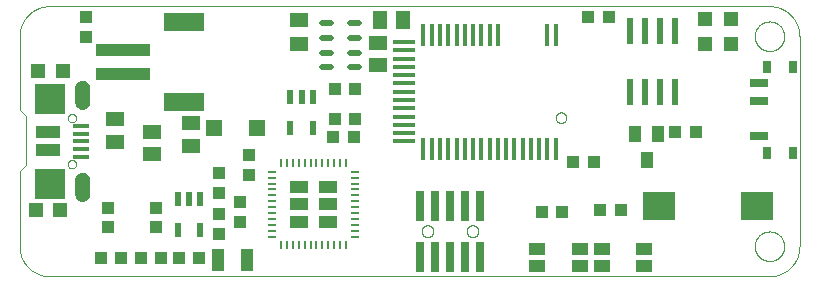
<source format=gtp>
G75*
%MOIN*%
%OFA0B0*%
%FSLAX25Y25*%
%IPPOS*%
%LPD*%
%AMOC8*
5,1,8,0,0,1.08239X$1,22.5*
%
%ADD10C,0.00000*%
%ADD11R,0.05906X0.04882*%
%ADD12R,0.03937X0.04331*%
%ADD13R,0.04724X0.04724*%
%ADD14R,0.04331X0.03937*%
%ADD15R,0.03937X0.03937*%
%ADD16R,0.05315X0.01575*%
%ADD17R,0.07874X0.03937*%
%ADD18R,0.09843X0.09843*%
%ADD19C,0.00500*%
%ADD20R,0.02165X0.04724*%
%ADD21R,0.05512X0.05512*%
%ADD22R,0.18110X0.03937*%
%ADD23R,0.13386X0.06299*%
%ADD24R,0.02953X0.00984*%
%ADD25R,0.00984X0.02953*%
%ADD26R,0.05906X0.03937*%
%ADD27R,0.04331X0.07480*%
%ADD28R,0.04882X0.05906*%
%ADD29R,0.01772X0.07283*%
%ADD30R,0.07283X0.01772*%
%ADD31C,0.02165*%
%ADD32R,0.06299X0.05118*%
%ADD33R,0.03937X0.05512*%
%ADD34R,0.10669X0.09488*%
%ADD35R,0.02992X0.10236*%
%ADD36R,0.02362X0.08661*%
%ADD37R,0.05512X0.04134*%
%ADD38R,0.05906X0.02756*%
%ADD39R,0.03150X0.03937*%
D10*
X0049095Y0045933D02*
X0289095Y0045933D01*
X0284174Y0055933D02*
X0284176Y0056073D01*
X0284182Y0056213D01*
X0284192Y0056352D01*
X0284206Y0056491D01*
X0284224Y0056630D01*
X0284245Y0056768D01*
X0284271Y0056906D01*
X0284301Y0057043D01*
X0284334Y0057178D01*
X0284372Y0057313D01*
X0284413Y0057447D01*
X0284458Y0057580D01*
X0284506Y0057711D01*
X0284559Y0057840D01*
X0284615Y0057969D01*
X0284674Y0058095D01*
X0284738Y0058220D01*
X0284804Y0058343D01*
X0284875Y0058464D01*
X0284948Y0058583D01*
X0285025Y0058700D01*
X0285106Y0058814D01*
X0285189Y0058926D01*
X0285276Y0059036D01*
X0285366Y0059144D01*
X0285458Y0059248D01*
X0285554Y0059350D01*
X0285653Y0059450D01*
X0285754Y0059546D01*
X0285858Y0059640D01*
X0285965Y0059730D01*
X0286074Y0059817D01*
X0286186Y0059902D01*
X0286300Y0059983D01*
X0286416Y0060061D01*
X0286534Y0060135D01*
X0286655Y0060206D01*
X0286777Y0060274D01*
X0286902Y0060338D01*
X0287028Y0060399D01*
X0287155Y0060456D01*
X0287285Y0060509D01*
X0287416Y0060559D01*
X0287548Y0060604D01*
X0287681Y0060647D01*
X0287816Y0060685D01*
X0287951Y0060719D01*
X0288088Y0060750D01*
X0288225Y0060777D01*
X0288363Y0060799D01*
X0288502Y0060818D01*
X0288641Y0060833D01*
X0288780Y0060844D01*
X0288920Y0060851D01*
X0289060Y0060854D01*
X0289200Y0060853D01*
X0289340Y0060848D01*
X0289479Y0060839D01*
X0289619Y0060826D01*
X0289758Y0060809D01*
X0289896Y0060788D01*
X0290034Y0060764D01*
X0290171Y0060735D01*
X0290307Y0060703D01*
X0290442Y0060666D01*
X0290576Y0060626D01*
X0290709Y0060582D01*
X0290840Y0060534D01*
X0290970Y0060483D01*
X0291099Y0060428D01*
X0291226Y0060369D01*
X0291351Y0060306D01*
X0291474Y0060241D01*
X0291596Y0060171D01*
X0291715Y0060098D01*
X0291833Y0060022D01*
X0291948Y0059943D01*
X0292061Y0059860D01*
X0292171Y0059774D01*
X0292279Y0059685D01*
X0292384Y0059593D01*
X0292487Y0059498D01*
X0292587Y0059400D01*
X0292684Y0059300D01*
X0292778Y0059196D01*
X0292870Y0059090D01*
X0292958Y0058982D01*
X0293043Y0058871D01*
X0293125Y0058757D01*
X0293204Y0058641D01*
X0293279Y0058524D01*
X0293351Y0058404D01*
X0293419Y0058282D01*
X0293484Y0058158D01*
X0293546Y0058032D01*
X0293604Y0057905D01*
X0293658Y0057776D01*
X0293709Y0057645D01*
X0293755Y0057513D01*
X0293798Y0057380D01*
X0293838Y0057246D01*
X0293873Y0057111D01*
X0293905Y0056974D01*
X0293932Y0056837D01*
X0293956Y0056699D01*
X0293976Y0056561D01*
X0293992Y0056422D01*
X0294004Y0056282D01*
X0294012Y0056143D01*
X0294016Y0056003D01*
X0294016Y0055863D01*
X0294012Y0055723D01*
X0294004Y0055584D01*
X0293992Y0055444D01*
X0293976Y0055305D01*
X0293956Y0055167D01*
X0293932Y0055029D01*
X0293905Y0054892D01*
X0293873Y0054755D01*
X0293838Y0054620D01*
X0293798Y0054486D01*
X0293755Y0054353D01*
X0293709Y0054221D01*
X0293658Y0054090D01*
X0293604Y0053961D01*
X0293546Y0053834D01*
X0293484Y0053708D01*
X0293419Y0053584D01*
X0293351Y0053462D01*
X0293279Y0053342D01*
X0293204Y0053225D01*
X0293125Y0053109D01*
X0293043Y0052995D01*
X0292958Y0052884D01*
X0292870Y0052776D01*
X0292778Y0052670D01*
X0292684Y0052566D01*
X0292587Y0052466D01*
X0292487Y0052368D01*
X0292384Y0052273D01*
X0292279Y0052181D01*
X0292171Y0052092D01*
X0292061Y0052006D01*
X0291948Y0051923D01*
X0291833Y0051844D01*
X0291715Y0051768D01*
X0291596Y0051695D01*
X0291474Y0051625D01*
X0291351Y0051560D01*
X0291226Y0051497D01*
X0291099Y0051438D01*
X0290970Y0051383D01*
X0290840Y0051332D01*
X0290709Y0051284D01*
X0290576Y0051240D01*
X0290442Y0051200D01*
X0290307Y0051163D01*
X0290171Y0051131D01*
X0290034Y0051102D01*
X0289896Y0051078D01*
X0289758Y0051057D01*
X0289619Y0051040D01*
X0289479Y0051027D01*
X0289340Y0051018D01*
X0289200Y0051013D01*
X0289060Y0051012D01*
X0288920Y0051015D01*
X0288780Y0051022D01*
X0288641Y0051033D01*
X0288502Y0051048D01*
X0288363Y0051067D01*
X0288225Y0051089D01*
X0288088Y0051116D01*
X0287951Y0051147D01*
X0287816Y0051181D01*
X0287681Y0051219D01*
X0287548Y0051262D01*
X0287416Y0051307D01*
X0287285Y0051357D01*
X0287155Y0051410D01*
X0287028Y0051467D01*
X0286902Y0051528D01*
X0286777Y0051592D01*
X0286655Y0051660D01*
X0286534Y0051731D01*
X0286416Y0051805D01*
X0286300Y0051883D01*
X0286186Y0051964D01*
X0286074Y0052049D01*
X0285965Y0052136D01*
X0285858Y0052226D01*
X0285754Y0052320D01*
X0285653Y0052416D01*
X0285554Y0052516D01*
X0285458Y0052618D01*
X0285366Y0052722D01*
X0285276Y0052830D01*
X0285189Y0052940D01*
X0285106Y0053052D01*
X0285025Y0053166D01*
X0284948Y0053283D01*
X0284875Y0053402D01*
X0284804Y0053523D01*
X0284738Y0053646D01*
X0284674Y0053771D01*
X0284615Y0053897D01*
X0284559Y0054026D01*
X0284506Y0054155D01*
X0284458Y0054286D01*
X0284413Y0054419D01*
X0284372Y0054553D01*
X0284334Y0054688D01*
X0284301Y0054823D01*
X0284271Y0054960D01*
X0284245Y0055098D01*
X0284224Y0055236D01*
X0284206Y0055375D01*
X0284192Y0055514D01*
X0284182Y0055653D01*
X0284176Y0055793D01*
X0284174Y0055933D01*
X0289095Y0045933D02*
X0289337Y0045936D01*
X0289578Y0045945D01*
X0289819Y0045959D01*
X0290060Y0045980D01*
X0290300Y0046006D01*
X0290540Y0046038D01*
X0290779Y0046076D01*
X0291016Y0046119D01*
X0291253Y0046169D01*
X0291488Y0046224D01*
X0291722Y0046284D01*
X0291954Y0046351D01*
X0292185Y0046422D01*
X0292414Y0046500D01*
X0292641Y0046583D01*
X0292866Y0046671D01*
X0293089Y0046765D01*
X0293309Y0046864D01*
X0293527Y0046969D01*
X0293742Y0047078D01*
X0293955Y0047193D01*
X0294165Y0047313D01*
X0294371Y0047438D01*
X0294575Y0047568D01*
X0294776Y0047703D01*
X0294973Y0047843D01*
X0295167Y0047987D01*
X0295357Y0048136D01*
X0295543Y0048290D01*
X0295726Y0048448D01*
X0295905Y0048610D01*
X0296080Y0048777D01*
X0296251Y0048948D01*
X0296418Y0049123D01*
X0296580Y0049302D01*
X0296738Y0049485D01*
X0296892Y0049671D01*
X0297041Y0049861D01*
X0297185Y0050055D01*
X0297325Y0050252D01*
X0297460Y0050453D01*
X0297590Y0050657D01*
X0297715Y0050863D01*
X0297835Y0051073D01*
X0297950Y0051286D01*
X0298059Y0051501D01*
X0298164Y0051719D01*
X0298263Y0051939D01*
X0298357Y0052162D01*
X0298445Y0052387D01*
X0298528Y0052614D01*
X0298606Y0052843D01*
X0298677Y0053074D01*
X0298744Y0053306D01*
X0298804Y0053540D01*
X0298859Y0053775D01*
X0298909Y0054012D01*
X0298952Y0054249D01*
X0298990Y0054488D01*
X0299022Y0054728D01*
X0299048Y0054968D01*
X0299069Y0055209D01*
X0299083Y0055450D01*
X0299092Y0055691D01*
X0299095Y0055933D01*
X0299095Y0125933D01*
X0284174Y0125933D02*
X0284176Y0126073D01*
X0284182Y0126213D01*
X0284192Y0126352D01*
X0284206Y0126491D01*
X0284224Y0126630D01*
X0284245Y0126768D01*
X0284271Y0126906D01*
X0284301Y0127043D01*
X0284334Y0127178D01*
X0284372Y0127313D01*
X0284413Y0127447D01*
X0284458Y0127580D01*
X0284506Y0127711D01*
X0284559Y0127840D01*
X0284615Y0127969D01*
X0284674Y0128095D01*
X0284738Y0128220D01*
X0284804Y0128343D01*
X0284875Y0128464D01*
X0284948Y0128583D01*
X0285025Y0128700D01*
X0285106Y0128814D01*
X0285189Y0128926D01*
X0285276Y0129036D01*
X0285366Y0129144D01*
X0285458Y0129248D01*
X0285554Y0129350D01*
X0285653Y0129450D01*
X0285754Y0129546D01*
X0285858Y0129640D01*
X0285965Y0129730D01*
X0286074Y0129817D01*
X0286186Y0129902D01*
X0286300Y0129983D01*
X0286416Y0130061D01*
X0286534Y0130135D01*
X0286655Y0130206D01*
X0286777Y0130274D01*
X0286902Y0130338D01*
X0287028Y0130399D01*
X0287155Y0130456D01*
X0287285Y0130509D01*
X0287416Y0130559D01*
X0287548Y0130604D01*
X0287681Y0130647D01*
X0287816Y0130685D01*
X0287951Y0130719D01*
X0288088Y0130750D01*
X0288225Y0130777D01*
X0288363Y0130799D01*
X0288502Y0130818D01*
X0288641Y0130833D01*
X0288780Y0130844D01*
X0288920Y0130851D01*
X0289060Y0130854D01*
X0289200Y0130853D01*
X0289340Y0130848D01*
X0289479Y0130839D01*
X0289619Y0130826D01*
X0289758Y0130809D01*
X0289896Y0130788D01*
X0290034Y0130764D01*
X0290171Y0130735D01*
X0290307Y0130703D01*
X0290442Y0130666D01*
X0290576Y0130626D01*
X0290709Y0130582D01*
X0290840Y0130534D01*
X0290970Y0130483D01*
X0291099Y0130428D01*
X0291226Y0130369D01*
X0291351Y0130306D01*
X0291474Y0130241D01*
X0291596Y0130171D01*
X0291715Y0130098D01*
X0291833Y0130022D01*
X0291948Y0129943D01*
X0292061Y0129860D01*
X0292171Y0129774D01*
X0292279Y0129685D01*
X0292384Y0129593D01*
X0292487Y0129498D01*
X0292587Y0129400D01*
X0292684Y0129300D01*
X0292778Y0129196D01*
X0292870Y0129090D01*
X0292958Y0128982D01*
X0293043Y0128871D01*
X0293125Y0128757D01*
X0293204Y0128641D01*
X0293279Y0128524D01*
X0293351Y0128404D01*
X0293419Y0128282D01*
X0293484Y0128158D01*
X0293546Y0128032D01*
X0293604Y0127905D01*
X0293658Y0127776D01*
X0293709Y0127645D01*
X0293755Y0127513D01*
X0293798Y0127380D01*
X0293838Y0127246D01*
X0293873Y0127111D01*
X0293905Y0126974D01*
X0293932Y0126837D01*
X0293956Y0126699D01*
X0293976Y0126561D01*
X0293992Y0126422D01*
X0294004Y0126282D01*
X0294012Y0126143D01*
X0294016Y0126003D01*
X0294016Y0125863D01*
X0294012Y0125723D01*
X0294004Y0125584D01*
X0293992Y0125444D01*
X0293976Y0125305D01*
X0293956Y0125167D01*
X0293932Y0125029D01*
X0293905Y0124892D01*
X0293873Y0124755D01*
X0293838Y0124620D01*
X0293798Y0124486D01*
X0293755Y0124353D01*
X0293709Y0124221D01*
X0293658Y0124090D01*
X0293604Y0123961D01*
X0293546Y0123834D01*
X0293484Y0123708D01*
X0293419Y0123584D01*
X0293351Y0123462D01*
X0293279Y0123342D01*
X0293204Y0123225D01*
X0293125Y0123109D01*
X0293043Y0122995D01*
X0292958Y0122884D01*
X0292870Y0122776D01*
X0292778Y0122670D01*
X0292684Y0122566D01*
X0292587Y0122466D01*
X0292487Y0122368D01*
X0292384Y0122273D01*
X0292279Y0122181D01*
X0292171Y0122092D01*
X0292061Y0122006D01*
X0291948Y0121923D01*
X0291833Y0121844D01*
X0291715Y0121768D01*
X0291596Y0121695D01*
X0291474Y0121625D01*
X0291351Y0121560D01*
X0291226Y0121497D01*
X0291099Y0121438D01*
X0290970Y0121383D01*
X0290840Y0121332D01*
X0290709Y0121284D01*
X0290576Y0121240D01*
X0290442Y0121200D01*
X0290307Y0121163D01*
X0290171Y0121131D01*
X0290034Y0121102D01*
X0289896Y0121078D01*
X0289758Y0121057D01*
X0289619Y0121040D01*
X0289479Y0121027D01*
X0289340Y0121018D01*
X0289200Y0121013D01*
X0289060Y0121012D01*
X0288920Y0121015D01*
X0288780Y0121022D01*
X0288641Y0121033D01*
X0288502Y0121048D01*
X0288363Y0121067D01*
X0288225Y0121089D01*
X0288088Y0121116D01*
X0287951Y0121147D01*
X0287816Y0121181D01*
X0287681Y0121219D01*
X0287548Y0121262D01*
X0287416Y0121307D01*
X0287285Y0121357D01*
X0287155Y0121410D01*
X0287028Y0121467D01*
X0286902Y0121528D01*
X0286777Y0121592D01*
X0286655Y0121660D01*
X0286534Y0121731D01*
X0286416Y0121805D01*
X0286300Y0121883D01*
X0286186Y0121964D01*
X0286074Y0122049D01*
X0285965Y0122136D01*
X0285858Y0122226D01*
X0285754Y0122320D01*
X0285653Y0122416D01*
X0285554Y0122516D01*
X0285458Y0122618D01*
X0285366Y0122722D01*
X0285276Y0122830D01*
X0285189Y0122940D01*
X0285106Y0123052D01*
X0285025Y0123166D01*
X0284948Y0123283D01*
X0284875Y0123402D01*
X0284804Y0123523D01*
X0284738Y0123646D01*
X0284674Y0123771D01*
X0284615Y0123897D01*
X0284559Y0124026D01*
X0284506Y0124155D01*
X0284458Y0124286D01*
X0284413Y0124419D01*
X0284372Y0124553D01*
X0284334Y0124688D01*
X0284301Y0124823D01*
X0284271Y0124960D01*
X0284245Y0125098D01*
X0284224Y0125236D01*
X0284206Y0125375D01*
X0284192Y0125514D01*
X0284182Y0125653D01*
X0284176Y0125793D01*
X0284174Y0125933D01*
X0289095Y0135933D02*
X0289337Y0135930D01*
X0289578Y0135921D01*
X0289819Y0135907D01*
X0290060Y0135886D01*
X0290300Y0135860D01*
X0290540Y0135828D01*
X0290779Y0135790D01*
X0291016Y0135747D01*
X0291253Y0135697D01*
X0291488Y0135642D01*
X0291722Y0135582D01*
X0291954Y0135515D01*
X0292185Y0135444D01*
X0292414Y0135366D01*
X0292641Y0135283D01*
X0292866Y0135195D01*
X0293089Y0135101D01*
X0293309Y0135002D01*
X0293527Y0134897D01*
X0293742Y0134788D01*
X0293955Y0134673D01*
X0294165Y0134553D01*
X0294371Y0134428D01*
X0294575Y0134298D01*
X0294776Y0134163D01*
X0294973Y0134023D01*
X0295167Y0133879D01*
X0295357Y0133730D01*
X0295543Y0133576D01*
X0295726Y0133418D01*
X0295905Y0133256D01*
X0296080Y0133089D01*
X0296251Y0132918D01*
X0296418Y0132743D01*
X0296580Y0132564D01*
X0296738Y0132381D01*
X0296892Y0132195D01*
X0297041Y0132005D01*
X0297185Y0131811D01*
X0297325Y0131614D01*
X0297460Y0131413D01*
X0297590Y0131209D01*
X0297715Y0131003D01*
X0297835Y0130793D01*
X0297950Y0130580D01*
X0298059Y0130365D01*
X0298164Y0130147D01*
X0298263Y0129927D01*
X0298357Y0129704D01*
X0298445Y0129479D01*
X0298528Y0129252D01*
X0298606Y0129023D01*
X0298677Y0128792D01*
X0298744Y0128560D01*
X0298804Y0128326D01*
X0298859Y0128091D01*
X0298909Y0127854D01*
X0298952Y0127617D01*
X0298990Y0127378D01*
X0299022Y0127138D01*
X0299048Y0126898D01*
X0299069Y0126657D01*
X0299083Y0126416D01*
X0299092Y0126175D01*
X0299095Y0125933D01*
X0289095Y0135933D02*
X0049095Y0135933D01*
X0048853Y0135930D01*
X0048612Y0135921D01*
X0048371Y0135907D01*
X0048130Y0135886D01*
X0047890Y0135860D01*
X0047650Y0135828D01*
X0047411Y0135790D01*
X0047174Y0135747D01*
X0046937Y0135697D01*
X0046702Y0135642D01*
X0046468Y0135582D01*
X0046236Y0135515D01*
X0046005Y0135444D01*
X0045776Y0135366D01*
X0045549Y0135283D01*
X0045324Y0135195D01*
X0045101Y0135101D01*
X0044881Y0135002D01*
X0044663Y0134897D01*
X0044448Y0134788D01*
X0044235Y0134673D01*
X0044025Y0134553D01*
X0043819Y0134428D01*
X0043615Y0134298D01*
X0043414Y0134163D01*
X0043217Y0134023D01*
X0043023Y0133879D01*
X0042833Y0133730D01*
X0042647Y0133576D01*
X0042464Y0133418D01*
X0042285Y0133256D01*
X0042110Y0133089D01*
X0041939Y0132918D01*
X0041772Y0132743D01*
X0041610Y0132564D01*
X0041452Y0132381D01*
X0041298Y0132195D01*
X0041149Y0132005D01*
X0041005Y0131811D01*
X0040865Y0131614D01*
X0040730Y0131413D01*
X0040600Y0131209D01*
X0040475Y0131003D01*
X0040355Y0130793D01*
X0040240Y0130580D01*
X0040131Y0130365D01*
X0040026Y0130147D01*
X0039927Y0129927D01*
X0039833Y0129704D01*
X0039745Y0129479D01*
X0039662Y0129252D01*
X0039584Y0129023D01*
X0039513Y0128792D01*
X0039446Y0128560D01*
X0039386Y0128326D01*
X0039331Y0128091D01*
X0039281Y0127854D01*
X0039238Y0127617D01*
X0039200Y0127378D01*
X0039168Y0127138D01*
X0039142Y0126898D01*
X0039121Y0126657D01*
X0039107Y0126416D01*
X0039098Y0126175D01*
X0039095Y0125933D01*
X0039095Y0101433D01*
X0041095Y0099433D01*
X0041095Y0082933D01*
X0039095Y0080933D01*
X0039095Y0055933D01*
X0039098Y0055691D01*
X0039107Y0055450D01*
X0039121Y0055209D01*
X0039142Y0054968D01*
X0039168Y0054728D01*
X0039200Y0054488D01*
X0039238Y0054249D01*
X0039281Y0054012D01*
X0039331Y0053775D01*
X0039386Y0053540D01*
X0039446Y0053306D01*
X0039513Y0053074D01*
X0039584Y0052843D01*
X0039662Y0052614D01*
X0039745Y0052387D01*
X0039833Y0052162D01*
X0039927Y0051939D01*
X0040026Y0051719D01*
X0040131Y0051501D01*
X0040240Y0051286D01*
X0040355Y0051073D01*
X0040475Y0050863D01*
X0040600Y0050657D01*
X0040730Y0050453D01*
X0040865Y0050252D01*
X0041005Y0050055D01*
X0041149Y0049861D01*
X0041298Y0049671D01*
X0041452Y0049485D01*
X0041610Y0049302D01*
X0041772Y0049123D01*
X0041939Y0048948D01*
X0042110Y0048777D01*
X0042285Y0048610D01*
X0042464Y0048448D01*
X0042647Y0048290D01*
X0042833Y0048136D01*
X0043023Y0047987D01*
X0043217Y0047843D01*
X0043414Y0047703D01*
X0043615Y0047568D01*
X0043819Y0047438D01*
X0044025Y0047313D01*
X0044235Y0047193D01*
X0044448Y0047078D01*
X0044663Y0046969D01*
X0044881Y0046864D01*
X0045101Y0046765D01*
X0045324Y0046671D01*
X0045549Y0046583D01*
X0045776Y0046500D01*
X0046005Y0046422D01*
X0046236Y0046351D01*
X0046468Y0046284D01*
X0046702Y0046224D01*
X0046937Y0046169D01*
X0047174Y0046119D01*
X0047411Y0046076D01*
X0047650Y0046038D01*
X0047890Y0046006D01*
X0048130Y0045980D01*
X0048371Y0045959D01*
X0048612Y0045945D01*
X0048853Y0045936D01*
X0049095Y0045933D01*
X0047934Y0074988D02*
X0050296Y0074988D01*
X0050373Y0075000D01*
X0050449Y0075015D01*
X0050525Y0075034D01*
X0050599Y0075057D01*
X0050673Y0075083D01*
X0050744Y0075113D01*
X0050815Y0075147D01*
X0050883Y0075183D01*
X0050950Y0075224D01*
X0051015Y0075267D01*
X0051077Y0075313D01*
X0051138Y0075363D01*
X0051195Y0075415D01*
X0051250Y0075471D01*
X0051302Y0075528D01*
X0051352Y0075589D01*
X0051398Y0075651D01*
X0051441Y0075716D01*
X0051481Y0075783D01*
X0051518Y0075852D01*
X0051551Y0075922D01*
X0051581Y0075994D01*
X0051607Y0076068D01*
X0051629Y0076142D01*
X0051648Y0076218D01*
X0051663Y0076294D01*
X0051674Y0076371D01*
X0051682Y0076449D01*
X0051686Y0076527D01*
X0051685Y0076605D01*
X0051682Y0076682D01*
X0051674Y0076760D01*
X0051682Y0076838D01*
X0051685Y0076915D01*
X0051686Y0076993D01*
X0051682Y0077071D01*
X0051674Y0077149D01*
X0051663Y0077226D01*
X0051648Y0077302D01*
X0051629Y0077378D01*
X0051607Y0077452D01*
X0051581Y0077526D01*
X0051551Y0077598D01*
X0051518Y0077668D01*
X0051481Y0077737D01*
X0051441Y0077804D01*
X0051398Y0077869D01*
X0051352Y0077931D01*
X0051302Y0077992D01*
X0051250Y0078049D01*
X0051195Y0078105D01*
X0051138Y0078157D01*
X0051077Y0078207D01*
X0051015Y0078253D01*
X0050950Y0078296D01*
X0050883Y0078337D01*
X0050815Y0078373D01*
X0050744Y0078407D01*
X0050673Y0078437D01*
X0050599Y0078463D01*
X0050525Y0078486D01*
X0050449Y0078505D01*
X0050373Y0078520D01*
X0050296Y0078532D01*
X0050296Y0078531D02*
X0047934Y0078531D01*
X0047934Y0078532D02*
X0047857Y0078520D01*
X0047781Y0078505D01*
X0047705Y0078486D01*
X0047631Y0078463D01*
X0047557Y0078437D01*
X0047486Y0078407D01*
X0047415Y0078373D01*
X0047347Y0078337D01*
X0047280Y0078296D01*
X0047215Y0078253D01*
X0047153Y0078207D01*
X0047092Y0078157D01*
X0047035Y0078105D01*
X0046980Y0078049D01*
X0046928Y0077992D01*
X0046878Y0077931D01*
X0046832Y0077869D01*
X0046789Y0077804D01*
X0046749Y0077737D01*
X0046712Y0077668D01*
X0046679Y0077598D01*
X0046649Y0077526D01*
X0046623Y0077452D01*
X0046601Y0077378D01*
X0046582Y0077302D01*
X0046567Y0077226D01*
X0046556Y0077149D01*
X0046548Y0077071D01*
X0046544Y0076993D01*
X0046545Y0076915D01*
X0046548Y0076838D01*
X0046556Y0076760D01*
X0046548Y0076682D01*
X0046545Y0076605D01*
X0046544Y0076527D01*
X0046548Y0076449D01*
X0046556Y0076371D01*
X0046567Y0076294D01*
X0046582Y0076218D01*
X0046601Y0076142D01*
X0046623Y0076068D01*
X0046649Y0075994D01*
X0046679Y0075922D01*
X0046712Y0075852D01*
X0046749Y0075783D01*
X0046789Y0075716D01*
X0046832Y0075651D01*
X0046878Y0075589D01*
X0046928Y0075528D01*
X0046980Y0075471D01*
X0047035Y0075415D01*
X0047092Y0075363D01*
X0047153Y0075313D01*
X0047215Y0075267D01*
X0047280Y0075224D01*
X0047347Y0075183D01*
X0047415Y0075147D01*
X0047486Y0075113D01*
X0047557Y0075083D01*
X0047631Y0075057D01*
X0047705Y0075034D01*
X0047781Y0075015D01*
X0047857Y0075000D01*
X0047934Y0074988D01*
X0055217Y0083256D02*
X0055219Y0083330D01*
X0055225Y0083404D01*
X0055235Y0083477D01*
X0055249Y0083550D01*
X0055266Y0083622D01*
X0055288Y0083692D01*
X0055313Y0083762D01*
X0055342Y0083830D01*
X0055375Y0083896D01*
X0055411Y0083961D01*
X0055451Y0084023D01*
X0055493Y0084084D01*
X0055539Y0084142D01*
X0055588Y0084197D01*
X0055640Y0084250D01*
X0055695Y0084300D01*
X0055752Y0084346D01*
X0055812Y0084390D01*
X0055874Y0084430D01*
X0055938Y0084467D01*
X0056004Y0084501D01*
X0056072Y0084531D01*
X0056141Y0084557D01*
X0056212Y0084580D01*
X0056283Y0084598D01*
X0056356Y0084613D01*
X0056429Y0084624D01*
X0056503Y0084631D01*
X0056577Y0084634D01*
X0056650Y0084633D01*
X0056724Y0084628D01*
X0056798Y0084619D01*
X0056871Y0084606D01*
X0056943Y0084589D01*
X0057014Y0084569D01*
X0057084Y0084544D01*
X0057152Y0084516D01*
X0057219Y0084485D01*
X0057284Y0084449D01*
X0057347Y0084411D01*
X0057408Y0084369D01*
X0057467Y0084323D01*
X0057523Y0084275D01*
X0057576Y0084224D01*
X0057626Y0084170D01*
X0057674Y0084113D01*
X0057718Y0084054D01*
X0057760Y0083992D01*
X0057798Y0083929D01*
X0057832Y0083863D01*
X0057863Y0083796D01*
X0057890Y0083727D01*
X0057913Y0083657D01*
X0057933Y0083586D01*
X0057949Y0083513D01*
X0057961Y0083440D01*
X0057969Y0083367D01*
X0057973Y0083293D01*
X0057973Y0083219D01*
X0057969Y0083145D01*
X0057961Y0083072D01*
X0057949Y0082999D01*
X0057933Y0082926D01*
X0057913Y0082855D01*
X0057890Y0082785D01*
X0057863Y0082716D01*
X0057832Y0082649D01*
X0057798Y0082583D01*
X0057760Y0082520D01*
X0057718Y0082458D01*
X0057674Y0082399D01*
X0057626Y0082342D01*
X0057576Y0082288D01*
X0057523Y0082237D01*
X0057467Y0082189D01*
X0057408Y0082143D01*
X0057347Y0082101D01*
X0057284Y0082063D01*
X0057219Y0082027D01*
X0057152Y0081996D01*
X0057084Y0081968D01*
X0057014Y0081943D01*
X0056943Y0081923D01*
X0056871Y0081906D01*
X0056798Y0081893D01*
X0056724Y0081884D01*
X0056650Y0081879D01*
X0056577Y0081878D01*
X0056503Y0081881D01*
X0056429Y0081888D01*
X0056356Y0081899D01*
X0056283Y0081914D01*
X0056212Y0081932D01*
X0056141Y0081955D01*
X0056072Y0081981D01*
X0056004Y0082011D01*
X0055938Y0082045D01*
X0055874Y0082082D01*
X0055812Y0082122D01*
X0055752Y0082166D01*
X0055695Y0082212D01*
X0055640Y0082262D01*
X0055588Y0082315D01*
X0055539Y0082370D01*
X0055493Y0082428D01*
X0055451Y0082489D01*
X0055411Y0082551D01*
X0055375Y0082616D01*
X0055342Y0082682D01*
X0055313Y0082750D01*
X0055288Y0082820D01*
X0055266Y0082890D01*
X0055249Y0082962D01*
X0055235Y0083035D01*
X0055225Y0083108D01*
X0055219Y0083182D01*
X0055217Y0083256D01*
X0055217Y0098610D02*
X0055219Y0098684D01*
X0055225Y0098758D01*
X0055235Y0098831D01*
X0055249Y0098904D01*
X0055266Y0098976D01*
X0055288Y0099046D01*
X0055313Y0099116D01*
X0055342Y0099184D01*
X0055375Y0099250D01*
X0055411Y0099315D01*
X0055451Y0099377D01*
X0055493Y0099438D01*
X0055539Y0099496D01*
X0055588Y0099551D01*
X0055640Y0099604D01*
X0055695Y0099654D01*
X0055752Y0099700D01*
X0055812Y0099744D01*
X0055874Y0099784D01*
X0055938Y0099821D01*
X0056004Y0099855D01*
X0056072Y0099885D01*
X0056141Y0099911D01*
X0056212Y0099934D01*
X0056283Y0099952D01*
X0056356Y0099967D01*
X0056429Y0099978D01*
X0056503Y0099985D01*
X0056577Y0099988D01*
X0056650Y0099987D01*
X0056724Y0099982D01*
X0056798Y0099973D01*
X0056871Y0099960D01*
X0056943Y0099943D01*
X0057014Y0099923D01*
X0057084Y0099898D01*
X0057152Y0099870D01*
X0057219Y0099839D01*
X0057284Y0099803D01*
X0057347Y0099765D01*
X0057408Y0099723D01*
X0057467Y0099677D01*
X0057523Y0099629D01*
X0057576Y0099578D01*
X0057626Y0099524D01*
X0057674Y0099467D01*
X0057718Y0099408D01*
X0057760Y0099346D01*
X0057798Y0099283D01*
X0057832Y0099217D01*
X0057863Y0099150D01*
X0057890Y0099081D01*
X0057913Y0099011D01*
X0057933Y0098940D01*
X0057949Y0098867D01*
X0057961Y0098794D01*
X0057969Y0098721D01*
X0057973Y0098647D01*
X0057973Y0098573D01*
X0057969Y0098499D01*
X0057961Y0098426D01*
X0057949Y0098353D01*
X0057933Y0098280D01*
X0057913Y0098209D01*
X0057890Y0098139D01*
X0057863Y0098070D01*
X0057832Y0098003D01*
X0057798Y0097937D01*
X0057760Y0097874D01*
X0057718Y0097812D01*
X0057674Y0097753D01*
X0057626Y0097696D01*
X0057576Y0097642D01*
X0057523Y0097591D01*
X0057467Y0097543D01*
X0057408Y0097497D01*
X0057347Y0097455D01*
X0057284Y0097417D01*
X0057219Y0097381D01*
X0057152Y0097350D01*
X0057084Y0097322D01*
X0057014Y0097297D01*
X0056943Y0097277D01*
X0056871Y0097260D01*
X0056798Y0097247D01*
X0056724Y0097238D01*
X0056650Y0097233D01*
X0056577Y0097232D01*
X0056503Y0097235D01*
X0056429Y0097242D01*
X0056356Y0097253D01*
X0056283Y0097268D01*
X0056212Y0097286D01*
X0056141Y0097309D01*
X0056072Y0097335D01*
X0056004Y0097365D01*
X0055938Y0097399D01*
X0055874Y0097436D01*
X0055812Y0097476D01*
X0055752Y0097520D01*
X0055695Y0097566D01*
X0055640Y0097616D01*
X0055588Y0097669D01*
X0055539Y0097724D01*
X0055493Y0097782D01*
X0055451Y0097843D01*
X0055411Y0097905D01*
X0055375Y0097970D01*
X0055342Y0098036D01*
X0055313Y0098104D01*
X0055288Y0098174D01*
X0055266Y0098244D01*
X0055249Y0098316D01*
X0055235Y0098389D01*
X0055225Y0098462D01*
X0055219Y0098536D01*
X0055217Y0098610D01*
X0050296Y0103335D02*
X0048131Y0103335D01*
X0048130Y0103334D02*
X0048056Y0103331D01*
X0047981Y0103332D01*
X0047906Y0103336D01*
X0047831Y0103345D01*
X0047757Y0103357D01*
X0047684Y0103373D01*
X0047611Y0103392D01*
X0047540Y0103415D01*
X0047470Y0103442D01*
X0047401Y0103472D01*
X0047334Y0103506D01*
X0047269Y0103543D01*
X0047206Y0103583D01*
X0047145Y0103626D01*
X0047086Y0103673D01*
X0047030Y0103722D01*
X0046976Y0103774D01*
X0046925Y0103829D01*
X0046876Y0103887D01*
X0046831Y0103946D01*
X0046789Y0104008D01*
X0046750Y0104072D01*
X0046714Y0104138D01*
X0046681Y0104206D01*
X0046652Y0104275D01*
X0046627Y0104346D01*
X0046605Y0104417D01*
X0046587Y0104490D01*
X0046573Y0104564D01*
X0046562Y0104638D01*
X0046555Y0104713D01*
X0046556Y0104713D02*
X0046556Y0105500D01*
X0046555Y0105500D02*
X0046562Y0105575D01*
X0046573Y0105649D01*
X0046587Y0105723D01*
X0046605Y0105796D01*
X0046627Y0105867D01*
X0046652Y0105938D01*
X0046681Y0106007D01*
X0046714Y0106075D01*
X0046750Y0106141D01*
X0046789Y0106205D01*
X0046831Y0106267D01*
X0046876Y0106326D01*
X0046925Y0106384D01*
X0046976Y0106439D01*
X0047030Y0106491D01*
X0047086Y0106540D01*
X0047145Y0106587D01*
X0047206Y0106630D01*
X0047269Y0106670D01*
X0047334Y0106707D01*
X0047401Y0106741D01*
X0047470Y0106771D01*
X0047540Y0106798D01*
X0047611Y0106821D01*
X0047684Y0106840D01*
X0047757Y0106856D01*
X0047831Y0106868D01*
X0047906Y0106877D01*
X0047981Y0106881D01*
X0048056Y0106882D01*
X0048130Y0106879D01*
X0048131Y0106878D02*
X0050296Y0106878D01*
X0050368Y0106876D01*
X0050440Y0106870D01*
X0050512Y0106861D01*
X0050583Y0106848D01*
X0050653Y0106831D01*
X0050722Y0106811D01*
X0050790Y0106786D01*
X0050856Y0106759D01*
X0050922Y0106728D01*
X0050985Y0106693D01*
X0051047Y0106656D01*
X0051106Y0106615D01*
X0051163Y0106571D01*
X0051218Y0106524D01*
X0051270Y0106474D01*
X0051320Y0106422D01*
X0051367Y0106367D01*
X0051411Y0106310D01*
X0051452Y0106251D01*
X0051489Y0106189D01*
X0051524Y0106126D01*
X0051555Y0106060D01*
X0051582Y0105994D01*
X0051607Y0105926D01*
X0051627Y0105857D01*
X0051644Y0105787D01*
X0051657Y0105716D01*
X0051666Y0105644D01*
X0051672Y0105572D01*
X0051674Y0105500D01*
X0051674Y0104713D01*
X0051672Y0104641D01*
X0051666Y0104569D01*
X0051657Y0104497D01*
X0051644Y0104426D01*
X0051627Y0104356D01*
X0051607Y0104287D01*
X0051582Y0104219D01*
X0051555Y0104153D01*
X0051524Y0104087D01*
X0051489Y0104024D01*
X0051452Y0103962D01*
X0051411Y0103903D01*
X0051367Y0103846D01*
X0051320Y0103791D01*
X0051270Y0103739D01*
X0051218Y0103689D01*
X0051163Y0103642D01*
X0051106Y0103598D01*
X0051047Y0103557D01*
X0050985Y0103520D01*
X0050922Y0103485D01*
X0050856Y0103454D01*
X0050790Y0103427D01*
X0050722Y0103402D01*
X0050653Y0103382D01*
X0050583Y0103365D01*
X0050512Y0103352D01*
X0050440Y0103343D01*
X0050368Y0103337D01*
X0050296Y0103335D01*
X0173126Y0060933D02*
X0173128Y0061021D01*
X0173134Y0061109D01*
X0173144Y0061197D01*
X0173158Y0061285D01*
X0173175Y0061371D01*
X0173197Y0061457D01*
X0173222Y0061541D01*
X0173252Y0061625D01*
X0173284Y0061707D01*
X0173321Y0061787D01*
X0173361Y0061866D01*
X0173405Y0061943D01*
X0173452Y0062018D01*
X0173502Y0062090D01*
X0173556Y0062161D01*
X0173612Y0062228D01*
X0173672Y0062294D01*
X0173734Y0062356D01*
X0173800Y0062416D01*
X0173867Y0062472D01*
X0173938Y0062526D01*
X0174010Y0062576D01*
X0174085Y0062623D01*
X0174162Y0062667D01*
X0174241Y0062707D01*
X0174321Y0062744D01*
X0174403Y0062776D01*
X0174487Y0062806D01*
X0174571Y0062831D01*
X0174657Y0062853D01*
X0174743Y0062870D01*
X0174831Y0062884D01*
X0174919Y0062894D01*
X0175007Y0062900D01*
X0175095Y0062902D01*
X0175183Y0062900D01*
X0175271Y0062894D01*
X0175359Y0062884D01*
X0175447Y0062870D01*
X0175533Y0062853D01*
X0175619Y0062831D01*
X0175703Y0062806D01*
X0175787Y0062776D01*
X0175869Y0062744D01*
X0175949Y0062707D01*
X0176028Y0062667D01*
X0176105Y0062623D01*
X0176180Y0062576D01*
X0176252Y0062526D01*
X0176323Y0062472D01*
X0176390Y0062416D01*
X0176456Y0062356D01*
X0176518Y0062294D01*
X0176578Y0062228D01*
X0176634Y0062161D01*
X0176688Y0062090D01*
X0176738Y0062018D01*
X0176785Y0061943D01*
X0176829Y0061866D01*
X0176869Y0061787D01*
X0176906Y0061707D01*
X0176938Y0061625D01*
X0176968Y0061541D01*
X0176993Y0061457D01*
X0177015Y0061371D01*
X0177032Y0061285D01*
X0177046Y0061197D01*
X0177056Y0061109D01*
X0177062Y0061021D01*
X0177064Y0060933D01*
X0177062Y0060845D01*
X0177056Y0060757D01*
X0177046Y0060669D01*
X0177032Y0060581D01*
X0177015Y0060495D01*
X0176993Y0060409D01*
X0176968Y0060325D01*
X0176938Y0060241D01*
X0176906Y0060159D01*
X0176869Y0060079D01*
X0176829Y0060000D01*
X0176785Y0059923D01*
X0176738Y0059848D01*
X0176688Y0059776D01*
X0176634Y0059705D01*
X0176578Y0059638D01*
X0176518Y0059572D01*
X0176456Y0059510D01*
X0176390Y0059450D01*
X0176323Y0059394D01*
X0176252Y0059340D01*
X0176180Y0059290D01*
X0176105Y0059243D01*
X0176028Y0059199D01*
X0175949Y0059159D01*
X0175869Y0059122D01*
X0175787Y0059090D01*
X0175703Y0059060D01*
X0175619Y0059035D01*
X0175533Y0059013D01*
X0175447Y0058996D01*
X0175359Y0058982D01*
X0175271Y0058972D01*
X0175183Y0058966D01*
X0175095Y0058964D01*
X0175007Y0058966D01*
X0174919Y0058972D01*
X0174831Y0058982D01*
X0174743Y0058996D01*
X0174657Y0059013D01*
X0174571Y0059035D01*
X0174487Y0059060D01*
X0174403Y0059090D01*
X0174321Y0059122D01*
X0174241Y0059159D01*
X0174162Y0059199D01*
X0174085Y0059243D01*
X0174010Y0059290D01*
X0173938Y0059340D01*
X0173867Y0059394D01*
X0173800Y0059450D01*
X0173734Y0059510D01*
X0173672Y0059572D01*
X0173612Y0059638D01*
X0173556Y0059705D01*
X0173502Y0059776D01*
X0173452Y0059848D01*
X0173405Y0059923D01*
X0173361Y0060000D01*
X0173321Y0060079D01*
X0173284Y0060159D01*
X0173252Y0060241D01*
X0173222Y0060325D01*
X0173197Y0060409D01*
X0173175Y0060495D01*
X0173158Y0060581D01*
X0173144Y0060669D01*
X0173134Y0060757D01*
X0173128Y0060845D01*
X0173126Y0060933D01*
X0188126Y0060933D02*
X0188128Y0061021D01*
X0188134Y0061109D01*
X0188144Y0061197D01*
X0188158Y0061285D01*
X0188175Y0061371D01*
X0188197Y0061457D01*
X0188222Y0061541D01*
X0188252Y0061625D01*
X0188284Y0061707D01*
X0188321Y0061787D01*
X0188361Y0061866D01*
X0188405Y0061943D01*
X0188452Y0062018D01*
X0188502Y0062090D01*
X0188556Y0062161D01*
X0188612Y0062228D01*
X0188672Y0062294D01*
X0188734Y0062356D01*
X0188800Y0062416D01*
X0188867Y0062472D01*
X0188938Y0062526D01*
X0189010Y0062576D01*
X0189085Y0062623D01*
X0189162Y0062667D01*
X0189241Y0062707D01*
X0189321Y0062744D01*
X0189403Y0062776D01*
X0189487Y0062806D01*
X0189571Y0062831D01*
X0189657Y0062853D01*
X0189743Y0062870D01*
X0189831Y0062884D01*
X0189919Y0062894D01*
X0190007Y0062900D01*
X0190095Y0062902D01*
X0190183Y0062900D01*
X0190271Y0062894D01*
X0190359Y0062884D01*
X0190447Y0062870D01*
X0190533Y0062853D01*
X0190619Y0062831D01*
X0190703Y0062806D01*
X0190787Y0062776D01*
X0190869Y0062744D01*
X0190949Y0062707D01*
X0191028Y0062667D01*
X0191105Y0062623D01*
X0191180Y0062576D01*
X0191252Y0062526D01*
X0191323Y0062472D01*
X0191390Y0062416D01*
X0191456Y0062356D01*
X0191518Y0062294D01*
X0191578Y0062228D01*
X0191634Y0062161D01*
X0191688Y0062090D01*
X0191738Y0062018D01*
X0191785Y0061943D01*
X0191829Y0061866D01*
X0191869Y0061787D01*
X0191906Y0061707D01*
X0191938Y0061625D01*
X0191968Y0061541D01*
X0191993Y0061457D01*
X0192015Y0061371D01*
X0192032Y0061285D01*
X0192046Y0061197D01*
X0192056Y0061109D01*
X0192062Y0061021D01*
X0192064Y0060933D01*
X0192062Y0060845D01*
X0192056Y0060757D01*
X0192046Y0060669D01*
X0192032Y0060581D01*
X0192015Y0060495D01*
X0191993Y0060409D01*
X0191968Y0060325D01*
X0191938Y0060241D01*
X0191906Y0060159D01*
X0191869Y0060079D01*
X0191829Y0060000D01*
X0191785Y0059923D01*
X0191738Y0059848D01*
X0191688Y0059776D01*
X0191634Y0059705D01*
X0191578Y0059638D01*
X0191518Y0059572D01*
X0191456Y0059510D01*
X0191390Y0059450D01*
X0191323Y0059394D01*
X0191252Y0059340D01*
X0191180Y0059290D01*
X0191105Y0059243D01*
X0191028Y0059199D01*
X0190949Y0059159D01*
X0190869Y0059122D01*
X0190787Y0059090D01*
X0190703Y0059060D01*
X0190619Y0059035D01*
X0190533Y0059013D01*
X0190447Y0058996D01*
X0190359Y0058982D01*
X0190271Y0058972D01*
X0190183Y0058966D01*
X0190095Y0058964D01*
X0190007Y0058966D01*
X0189919Y0058972D01*
X0189831Y0058982D01*
X0189743Y0058996D01*
X0189657Y0059013D01*
X0189571Y0059035D01*
X0189487Y0059060D01*
X0189403Y0059090D01*
X0189321Y0059122D01*
X0189241Y0059159D01*
X0189162Y0059199D01*
X0189085Y0059243D01*
X0189010Y0059290D01*
X0188938Y0059340D01*
X0188867Y0059394D01*
X0188800Y0059450D01*
X0188734Y0059510D01*
X0188672Y0059572D01*
X0188612Y0059638D01*
X0188556Y0059705D01*
X0188502Y0059776D01*
X0188452Y0059848D01*
X0188405Y0059923D01*
X0188361Y0060000D01*
X0188321Y0060079D01*
X0188284Y0060159D01*
X0188252Y0060241D01*
X0188222Y0060325D01*
X0188197Y0060409D01*
X0188175Y0060495D01*
X0188158Y0060581D01*
X0188144Y0060669D01*
X0188134Y0060757D01*
X0188128Y0060845D01*
X0188126Y0060933D01*
X0217843Y0098772D02*
X0217845Y0098856D01*
X0217851Y0098939D01*
X0217861Y0099022D01*
X0217875Y0099105D01*
X0217892Y0099187D01*
X0217914Y0099268D01*
X0217939Y0099347D01*
X0217968Y0099426D01*
X0218001Y0099503D01*
X0218037Y0099578D01*
X0218077Y0099652D01*
X0218120Y0099724D01*
X0218167Y0099793D01*
X0218217Y0099860D01*
X0218270Y0099925D01*
X0218326Y0099987D01*
X0218384Y0100047D01*
X0218446Y0100104D01*
X0218510Y0100157D01*
X0218577Y0100208D01*
X0218646Y0100255D01*
X0218717Y0100300D01*
X0218790Y0100340D01*
X0218865Y0100377D01*
X0218942Y0100411D01*
X0219020Y0100441D01*
X0219099Y0100467D01*
X0219180Y0100490D01*
X0219262Y0100508D01*
X0219344Y0100523D01*
X0219427Y0100534D01*
X0219510Y0100541D01*
X0219594Y0100544D01*
X0219678Y0100543D01*
X0219761Y0100538D01*
X0219845Y0100529D01*
X0219927Y0100516D01*
X0220009Y0100500D01*
X0220090Y0100479D01*
X0220171Y0100455D01*
X0220249Y0100427D01*
X0220327Y0100395D01*
X0220403Y0100359D01*
X0220477Y0100320D01*
X0220549Y0100278D01*
X0220619Y0100232D01*
X0220687Y0100183D01*
X0220752Y0100131D01*
X0220815Y0100076D01*
X0220875Y0100018D01*
X0220933Y0099957D01*
X0220987Y0099893D01*
X0221039Y0099827D01*
X0221087Y0099759D01*
X0221132Y0099688D01*
X0221173Y0099615D01*
X0221212Y0099541D01*
X0221246Y0099465D01*
X0221277Y0099387D01*
X0221304Y0099308D01*
X0221328Y0099227D01*
X0221347Y0099146D01*
X0221363Y0099064D01*
X0221375Y0098981D01*
X0221383Y0098897D01*
X0221387Y0098814D01*
X0221387Y0098730D01*
X0221383Y0098647D01*
X0221375Y0098563D01*
X0221363Y0098480D01*
X0221347Y0098398D01*
X0221328Y0098317D01*
X0221304Y0098236D01*
X0221277Y0098157D01*
X0221246Y0098079D01*
X0221212Y0098003D01*
X0221173Y0097929D01*
X0221132Y0097856D01*
X0221087Y0097785D01*
X0221039Y0097717D01*
X0220987Y0097651D01*
X0220933Y0097587D01*
X0220875Y0097526D01*
X0220815Y0097468D01*
X0220752Y0097413D01*
X0220687Y0097361D01*
X0220619Y0097312D01*
X0220549Y0097266D01*
X0220477Y0097224D01*
X0220403Y0097185D01*
X0220327Y0097149D01*
X0220249Y0097117D01*
X0220171Y0097089D01*
X0220090Y0097065D01*
X0220009Y0097044D01*
X0219927Y0097028D01*
X0219845Y0097015D01*
X0219761Y0097006D01*
X0219678Y0097001D01*
X0219594Y0097000D01*
X0219510Y0097003D01*
X0219427Y0097010D01*
X0219344Y0097021D01*
X0219262Y0097036D01*
X0219180Y0097054D01*
X0219099Y0097077D01*
X0219020Y0097103D01*
X0218942Y0097133D01*
X0218865Y0097167D01*
X0218790Y0097204D01*
X0218717Y0097244D01*
X0218646Y0097289D01*
X0218577Y0097336D01*
X0218510Y0097387D01*
X0218446Y0097440D01*
X0218384Y0097497D01*
X0218326Y0097557D01*
X0218270Y0097619D01*
X0218217Y0097684D01*
X0218167Y0097751D01*
X0218120Y0097820D01*
X0218077Y0097892D01*
X0218037Y0097966D01*
X0218001Y0098041D01*
X0217968Y0098118D01*
X0217939Y0098197D01*
X0217914Y0098276D01*
X0217892Y0098357D01*
X0217875Y0098439D01*
X0217861Y0098522D01*
X0217851Y0098605D01*
X0217845Y0098688D01*
X0217843Y0098772D01*
D11*
X0158595Y0116193D03*
X0158595Y0123673D03*
X0096154Y0096937D03*
X0083095Y0094173D03*
X0070938Y0090713D03*
X0083095Y0086693D03*
X0096154Y0089457D03*
X0070938Y0098193D03*
D12*
X0105662Y0080480D03*
X0115595Y0079587D03*
X0105662Y0073787D03*
X0112595Y0070780D03*
X0105595Y0066780D03*
X0112595Y0064087D03*
X0105595Y0060087D03*
X0115595Y0086280D03*
X0061095Y0125587D03*
X0061095Y0132280D03*
D13*
X0053642Y0114276D03*
X0045375Y0114276D03*
X0044461Y0067933D03*
X0052729Y0067933D03*
X0267595Y0123299D03*
X0276095Y0123299D03*
X0276095Y0131567D03*
X0267595Y0131567D03*
D14*
X0235442Y0132433D03*
X0228749Y0132433D03*
X0257749Y0093933D03*
X0264442Y0093933D03*
X0230442Y0083933D03*
X0223749Y0083933D03*
X0219942Y0067433D03*
X0213249Y0067433D03*
X0232749Y0067933D03*
X0239442Y0067933D03*
X0150442Y0092433D03*
X0143749Y0092433D03*
X0144249Y0098433D03*
X0150942Y0098433D03*
X0150942Y0108433D03*
X0144249Y0108433D03*
X0098942Y0051933D03*
X0092249Y0051933D03*
X0086142Y0052038D03*
X0079449Y0052038D03*
X0072942Y0051933D03*
X0066249Y0051933D03*
D15*
X0068721Y0062283D03*
X0068721Y0068583D03*
X0084469Y0068583D03*
X0084469Y0062283D03*
D16*
X0059646Y0085815D03*
X0059646Y0088374D03*
X0059646Y0090933D03*
X0059646Y0093492D03*
X0059646Y0096051D03*
D17*
X0048721Y0093886D03*
X0048721Y0087980D03*
D18*
X0049115Y0076760D03*
X0049115Y0105106D03*
D19*
X0057973Y0105256D02*
X0062304Y0105256D01*
X0062304Y0105754D02*
X0057973Y0105754D01*
X0057973Y0106253D02*
X0062304Y0106253D01*
X0062304Y0106751D02*
X0057973Y0106751D01*
X0057973Y0107250D02*
X0062304Y0107250D01*
X0062304Y0107748D02*
X0057973Y0107748D01*
X0057973Y0108247D02*
X0062304Y0108247D01*
X0062304Y0108453D02*
X0062280Y0108896D01*
X0062169Y0109327D01*
X0061977Y0109727D01*
X0061710Y0110082D01*
X0061380Y0110379D01*
X0060997Y0110605D01*
X0060578Y0110752D01*
X0060138Y0110815D01*
X0059699Y0110752D01*
X0059280Y0110605D01*
X0058897Y0110379D01*
X0058567Y0110082D01*
X0058300Y0109727D01*
X0058108Y0109327D01*
X0057997Y0108896D01*
X0057973Y0108453D01*
X0057973Y0104122D01*
X0057997Y0103679D01*
X0058108Y0103248D01*
X0058300Y0102848D01*
X0058567Y0102492D01*
X0058897Y0102196D01*
X0059280Y0101970D01*
X0059699Y0101823D01*
X0060138Y0101760D01*
X0060640Y0101838D01*
X0061111Y0102027D01*
X0061528Y0102315D01*
X0061871Y0102689D01*
X0062122Y0103130D01*
X0062269Y0103616D01*
X0062304Y0104122D01*
X0062304Y0108453D01*
X0062288Y0108745D02*
X0057989Y0108745D01*
X0058087Y0109244D02*
X0062190Y0109244D01*
X0061965Y0109743D02*
X0058312Y0109743D01*
X0058744Y0110241D02*
X0061533Y0110241D01*
X0060614Y0110740D02*
X0059663Y0110740D01*
X0057973Y0104757D02*
X0062304Y0104757D01*
X0062304Y0104259D02*
X0057973Y0104259D01*
X0057993Y0103760D02*
X0062279Y0103760D01*
X0062162Y0103262D02*
X0058104Y0103262D01*
X0058363Y0102763D02*
X0061914Y0102763D01*
X0061456Y0102265D02*
X0058821Y0102265D01*
X0060093Y0101766D02*
X0060180Y0101766D01*
X0060138Y0080106D02*
X0060578Y0080044D01*
X0060997Y0079896D01*
X0061380Y0079670D01*
X0061710Y0079374D01*
X0061977Y0079018D01*
X0062169Y0078618D01*
X0062280Y0078188D01*
X0062304Y0077744D01*
X0062304Y0073413D01*
X0062269Y0072907D01*
X0062122Y0072421D01*
X0061871Y0071980D01*
X0061528Y0071606D01*
X0061111Y0071318D01*
X0060640Y0071130D01*
X0060138Y0071051D01*
X0059699Y0071114D01*
X0059280Y0071261D01*
X0058897Y0071487D01*
X0058567Y0071784D01*
X0058300Y0072139D01*
X0058108Y0072540D01*
X0057997Y0072970D01*
X0057973Y0073413D01*
X0057973Y0077744D01*
X0057997Y0078188D01*
X0058108Y0078618D01*
X0058300Y0079018D01*
X0058567Y0079374D01*
X0058897Y0079670D01*
X0059280Y0079896D01*
X0059699Y0080044D01*
X0060138Y0080106D01*
X0059171Y0079832D02*
X0061106Y0079832D01*
X0061741Y0079333D02*
X0058536Y0079333D01*
X0058212Y0078835D02*
X0062065Y0078835D01*
X0062241Y0078336D02*
X0058036Y0078336D01*
X0057978Y0077838D02*
X0062299Y0077838D01*
X0062304Y0077339D02*
X0057973Y0077339D01*
X0057973Y0076841D02*
X0062304Y0076841D01*
X0062304Y0076342D02*
X0057973Y0076342D01*
X0057973Y0075844D02*
X0062304Y0075844D01*
X0062304Y0075345D02*
X0057973Y0075345D01*
X0057973Y0074847D02*
X0062304Y0074847D01*
X0062304Y0074348D02*
X0057973Y0074348D01*
X0057973Y0073850D02*
X0062304Y0073850D01*
X0062300Y0073351D02*
X0057976Y0073351D01*
X0058027Y0072853D02*
X0062252Y0072853D01*
X0062084Y0072354D02*
X0058197Y0072354D01*
X0058513Y0071856D02*
X0061757Y0071856D01*
X0061167Y0071357D02*
X0059117Y0071357D01*
D20*
X0091855Y0071552D03*
X0095595Y0071552D03*
X0099335Y0071552D03*
X0099335Y0061315D03*
X0091855Y0061315D03*
X0129355Y0095315D03*
X0136835Y0095315D03*
X0136835Y0105552D03*
X0133095Y0105552D03*
X0129355Y0105552D03*
D21*
X0118379Y0095433D03*
X0103812Y0095433D03*
D22*
X0073528Y0113496D03*
X0073528Y0121370D03*
D23*
X0094001Y0130819D03*
X0094001Y0104047D03*
D24*
X0123414Y0080760D03*
X0123414Y0078791D03*
X0123414Y0076823D03*
X0123414Y0074854D03*
X0123414Y0072886D03*
X0123414Y0070917D03*
X0123414Y0068949D03*
X0123414Y0066980D03*
X0123414Y0065012D03*
X0123414Y0063043D03*
X0123414Y0061075D03*
X0123414Y0059106D03*
X0150776Y0059106D03*
X0150776Y0061075D03*
X0150776Y0063043D03*
X0150776Y0065012D03*
X0150776Y0066980D03*
X0150776Y0068949D03*
X0150776Y0070917D03*
X0150776Y0072886D03*
X0150776Y0074854D03*
X0150776Y0076823D03*
X0150776Y0078791D03*
X0150776Y0080760D03*
D25*
X0147922Y0083614D03*
X0145953Y0083614D03*
X0143985Y0083614D03*
X0142016Y0083614D03*
X0140048Y0083614D03*
X0138079Y0083614D03*
X0136111Y0083614D03*
X0134142Y0083614D03*
X0132174Y0083614D03*
X0130205Y0083614D03*
X0128237Y0083614D03*
X0126268Y0083614D03*
X0126268Y0056252D03*
X0128237Y0056252D03*
X0130205Y0056252D03*
X0132174Y0056252D03*
X0134142Y0056252D03*
X0136111Y0056252D03*
X0138079Y0056252D03*
X0140048Y0056252D03*
X0142016Y0056252D03*
X0143985Y0056252D03*
X0145953Y0056252D03*
X0147922Y0056252D03*
D26*
X0142016Y0064028D03*
X0142016Y0069933D03*
X0142016Y0075839D03*
X0132174Y0075839D03*
X0132174Y0069933D03*
X0132174Y0064028D03*
D27*
X0114820Y0051433D03*
X0105371Y0051433D03*
D28*
X0159355Y0131433D03*
X0166835Y0131433D03*
D29*
X0173749Y0126429D03*
X0176505Y0126429D03*
X0179260Y0126429D03*
X0182016Y0126429D03*
X0184772Y0126429D03*
X0187528Y0126429D03*
X0190284Y0126429D03*
X0193040Y0126429D03*
X0195796Y0126429D03*
X0198552Y0126429D03*
X0215087Y0126429D03*
X0217843Y0126429D03*
X0217843Y0088437D03*
X0215087Y0088437D03*
X0212331Y0088437D03*
X0209575Y0088437D03*
X0206820Y0088437D03*
X0204064Y0088437D03*
X0201308Y0088437D03*
X0198552Y0088437D03*
X0195796Y0088437D03*
X0193040Y0088437D03*
X0190284Y0088437D03*
X0187528Y0088437D03*
X0184772Y0088437D03*
X0182016Y0088437D03*
X0179260Y0088437D03*
X0176505Y0088437D03*
X0173749Y0088437D03*
D30*
X0167351Y0090898D03*
X0167351Y0093654D03*
X0167351Y0096409D03*
X0167351Y0099165D03*
X0167351Y0101921D03*
X0167351Y0104677D03*
X0167351Y0107433D03*
X0167351Y0110189D03*
X0167351Y0112945D03*
X0167351Y0115701D03*
X0167351Y0118457D03*
X0167351Y0121213D03*
X0167351Y0123969D03*
D31*
X0152395Y0125394D02*
X0149245Y0125394D01*
X0149245Y0125394D01*
X0152395Y0125394D01*
X0152395Y0125394D01*
X0152395Y0130315D02*
X0149245Y0130315D01*
X0149245Y0130315D01*
X0152395Y0130315D01*
X0152395Y0130315D01*
X0142946Y0130315D02*
X0139796Y0130315D01*
X0139796Y0130315D01*
X0142946Y0130315D01*
X0142946Y0130315D01*
X0142946Y0125394D02*
X0139796Y0125394D01*
X0139796Y0125394D01*
X0142946Y0125394D01*
X0142946Y0125394D01*
X0142946Y0120472D02*
X0139796Y0120472D01*
X0139796Y0120472D01*
X0142946Y0120472D01*
X0142946Y0120472D01*
X0142946Y0115551D02*
X0139796Y0115551D01*
X0139796Y0115551D01*
X0142946Y0115551D01*
X0142946Y0115551D01*
X0149245Y0115551D02*
X0152395Y0115551D01*
X0149245Y0115551D02*
X0149245Y0115551D01*
X0152395Y0115551D01*
X0152395Y0115551D01*
X0152395Y0120472D02*
X0149245Y0120472D01*
X0149245Y0120472D01*
X0152395Y0120472D01*
X0152395Y0120472D01*
D32*
X0132095Y0123496D03*
X0132095Y0131370D03*
D33*
X0244355Y0093264D03*
X0251835Y0093264D03*
X0248095Y0084602D03*
D34*
X0252257Y0069433D03*
X0284934Y0069433D03*
D35*
X0192595Y0069398D03*
X0187595Y0069398D03*
X0182595Y0069398D03*
X0177595Y0069398D03*
X0172595Y0069398D03*
X0172595Y0052469D03*
X0177595Y0052469D03*
X0182595Y0052469D03*
X0187595Y0052469D03*
X0192595Y0052469D03*
D36*
X0242595Y0107197D03*
X0247595Y0107197D03*
X0252595Y0107197D03*
X0257595Y0107197D03*
X0257595Y0127669D03*
X0252595Y0127669D03*
X0247595Y0127669D03*
X0242595Y0127669D03*
D37*
X0247268Y0055142D03*
X0247268Y0049433D03*
X0233095Y0049433D03*
X0225768Y0049433D03*
X0225768Y0055142D03*
X0233095Y0055142D03*
X0211595Y0055142D03*
X0211595Y0049433D03*
D38*
X0285705Y0092575D03*
X0285705Y0104386D03*
X0285705Y0110291D03*
D39*
X0288264Y0115803D03*
X0296926Y0115803D03*
X0296926Y0087063D03*
X0288264Y0087063D03*
M02*

</source>
